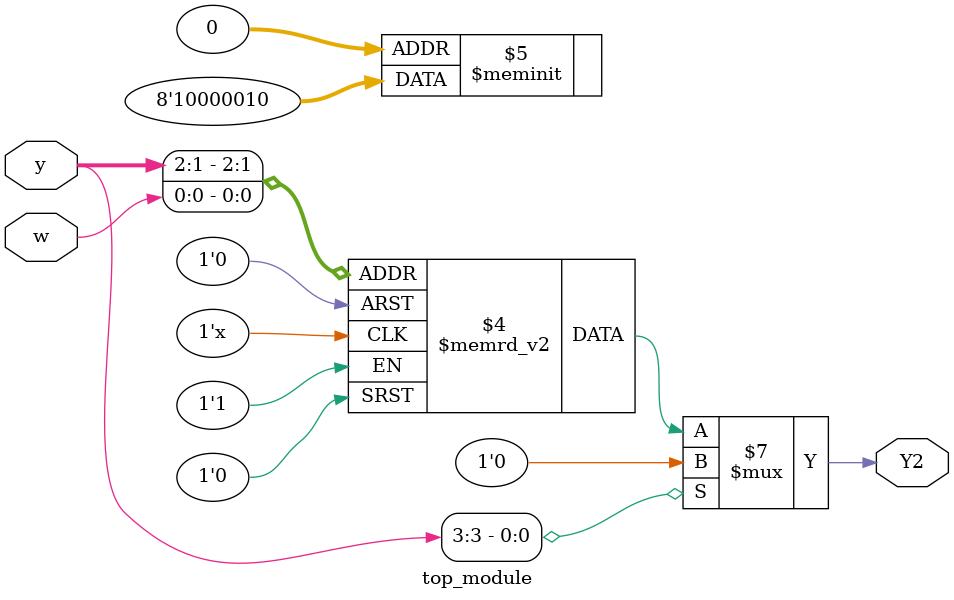
<source format=sv>
module top_module(
    input [3:1] y,
    input w,
    output reg Y2);

    always @(y, w) begin
        case ({y, w})
            3'b0000: Y2 = 1'b0; // A, w=0
            3'b0001: Y2 = 1'b1; // A, w=1
            3'b0010: Y2 = 1'b0; // B, w=0
            3'b0011: Y2 = 1'b0; // B, w=1
            3'b0100: Y2 = 1'b0; // C, w=0
            3'b0101: Y2 = 1'b0; // C, w=1
            3'b0110: Y2 = 1'b0; // D, w=0
            3'b0111: Y2 = 1'b1; // D, w=1
            3'b1000: Y2 = 1'b1; // E, w=0
            3'b1001: Y2 = 1'b1; // E, w=1
            3'b1010: Y2 = 1'b0; // F, w=0
            3'b1011: Y2 = 1'b0; // F, w=1
            default: Y2 = 1'b0;
        endcase
    end
  
endmodule

</source>
